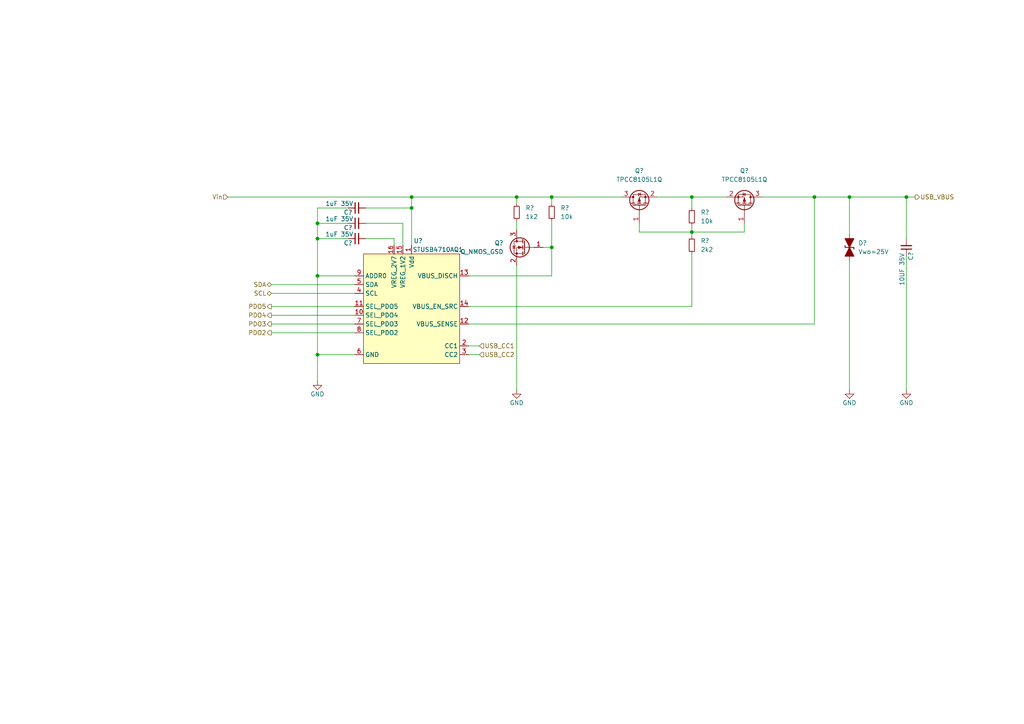
<source format=kicad_sch>
(kicad_sch (version 20211123) (generator eeschema)
  (paper "A4")
  (lib_symbols
    (symbol "Device:C_Small" (pin_numbers hide) (pin_names (offset 0.254) hide)
      (property "Reference" "C" (at 0.254 1.778 0))
      (property "Value" "C_Small" (at 0.254 -2.032 0))
      (symbol "C_Small_0_1"
        (polyline (pts (xy -1.524 -0.508) (xy 1.524 -0.508)) (stroke (width 0.3302)))
        (polyline (pts (xy -1.524 0.508) (xy 1.524 0.508)) (stroke (width 0.3048)))
      )
      (symbol "C_Small_1_1"
        (pin passive line (at 0 2.54 270) (length 2.032) (name "~") (number "1"))
        (pin passive line (at 0 -2.54 90) (length 2.032) (name "~") (number "2"))
      )
    )
    (symbol "Device:D_TVS_Filled" (pin_numbers hide) (pin_names (offset 1.016) hide)
      (property "Reference" "D" (at 0 2.54 0))
      (property "Value" "D_TVS_Filled" (at 0 -2.54 0))
      (symbol "D_TVS_Filled_0_1"
        (polyline (pts (xy 1.27 0) (xy -1.27 0)))
        (polyline (pts (xy -2.54 -1.27) (xy 0 0) (xy -2.54 1.27) (xy -2.54 -1.27)) (stroke (width 0.254)) (fill (type outline)))
        (polyline (pts (xy 0.508 1.27) (xy 0 1.27) (xy 0 -1.27) (xy -0.508 -1.27)) (stroke (width 0.254)))
        (polyline (pts (xy 2.54 1.27) (xy 2.54 -1.27) (xy 0 0) (xy 2.54 1.27)) (stroke (width 0.254)) (fill (type outline)))
      )
      (symbol "D_TVS_Filled_1_1"
        (pin passive line (at -3.81 0 0) (length 2.54) (name "A1") (number "1"))
        (pin passive line (at 3.81 0 180) (length 2.54) (name "A2") (number "2"))
      )
    )
    (symbol "Device:Q_NMOS_GSD" (pin_names (offset 0) hide)
      (property "Reference" "Q" (at 5.08 1.27 0))
      (property "Value" "Q_NMOS_GSD" (at 5.08 -1.27 0))
      (symbol "Q_NMOS_GSD_0_1"
        (polyline (pts (xy 0.254 0) (xy -2.54 0)))
        (polyline (pts (xy 0.254 1.905) (xy 0.254 -1.905)) (stroke (width 0.254)))
        (polyline (pts (xy 0.762 -1.27) (xy 0.762 -2.286)) (stroke (width 0.254)))
        (polyline (pts (xy 0.762 0.508) (xy 0.762 -0.508)) (stroke (width 0.254)))
        (polyline (pts (xy 0.762 2.286) (xy 0.762 1.27)) (stroke (width 0.254)))
        (polyline (pts (xy 2.54 2.54) (xy 2.54 1.778)))
        (polyline (pts (xy 2.54 -2.54) (xy 2.54 0) (xy 0.762 0)))
        (polyline (pts (xy 0.762 -1.778) (xy 3.302 -1.778) (xy 3.302 1.778) (xy 0.762 1.778)))
        (polyline (pts (xy 1.016 0) (xy 2.032 0.381) (xy 2.032 -0.381) (xy 1.016 0)) (fill (type outline)))
        (polyline (pts (xy 2.794 0.508) (xy 2.921 0.381) (xy 3.683 0.381) (xy 3.81 0.254)))
        (polyline (pts (xy 3.302 0.381) (xy 2.921 -0.254) (xy 3.683 -0.254) (xy 3.302 0.381)))
        (circle (center 1.651 0) (radius 2.794) (stroke (width 0.254)))
        (circle (center 2.54 -1.778) (radius 0.254) (fill (type outline)))
        (circle (center 2.54 1.778) (radius 0.254) (fill (type outline)))
      )
      (symbol "Q_NMOS_GSD_1_1"
        (pin input line (at -5.08 0 0) (length 2.54) (name "G") (number "1"))
        (pin passive line (at 2.54 -5.08 90) (length 2.54) (name "S") (number "2"))
        (pin passive line (at 2.54 5.08 270) (length 2.54) (name "D") (number "3"))
      )
    )
    (symbol "Device:Q_PMOS_GSD" (pin_names (offset 0) hide)
      (property "Reference" "Q" (at 5.08 1.27 0))
      (property "Value" "Q_PMOS_GSD" (at 5.08 -1.27 0))
      (symbol "Q_PMOS_GSD_0_1"
        (polyline (pts (xy 0.254 0) (xy -2.54 0)))
        (polyline (pts (xy 0.254 1.905) (xy 0.254 -1.905)) (stroke (width 0.254)))
        (polyline (pts (xy 0.762 -1.27) (xy 0.762 -2.286)) (stroke (width 0.254)))
        (polyline (pts (xy 0.762 0.508) (xy 0.762 -0.508)) (stroke (width 0.254)))
        (polyline (pts (xy 0.762 2.286) (xy 0.762 1.27)) (stroke (width 0.254)))
        (polyline (pts (xy 2.54 2.54) (xy 2.54 1.778)))
        (polyline (pts (xy 2.54 -2.54) (xy 2.54 0) (xy 0.762 0)))
        (polyline (pts (xy 0.762 1.778) (xy 3.302 1.778) (xy 3.302 -1.778) (xy 0.762 -1.778)))
        (polyline (pts (xy 2.286 0) (xy 1.27 0.381) (xy 1.27 -0.381) (xy 2.286 0)) (fill (type outline)))
        (polyline (pts (xy 2.794 -0.508) (xy 2.921 -0.381) (xy 3.683 -0.381) (xy 3.81 -0.254)))
        (polyline (pts (xy 3.302 -0.381) (xy 2.921 0.254) (xy 3.683 0.254) (xy 3.302 -0.381)))
        (circle (center 1.651 0) (radius 2.794) (stroke (width 0.254)))
        (circle (center 2.54 -1.778) (radius 0.254) (fill (type outline)))
        (circle (center 2.54 1.778) (radius 0.254) (fill (type outline)))
      )
      (symbol "Q_PMOS_GSD_1_1"
        (pin input line (at -5.08 0 0) (length 2.54) (name "G") (number "1"))
        (pin passive line (at 2.54 -5.08 90) (length 2.54) (name "S") (number "2"))
        (pin passive line (at 2.54 5.08 270) (length 2.54) (name "D") (number "3"))
      )
    )
    (symbol "Device:R_Small" (pin_numbers hide) (pin_names (offset 0.254) hide)
      (property "Reference" "R" (at 0.762 0.508 0))
      (property "Value" "R_Small" (at 0.762 -1.016 0))
      (symbol "R_Small_0_1"
        (rectangle (start -0.762 1.778) (end 0.762 -1.778) (stroke (width 0.2032)))
      )
      (symbol "R_Small_1_1"
        (pin passive line (at 0 2.54 270) (length 0.762) (name "~") (number "1"))
        (pin passive line (at 0 -2.54 90) (length 0.762) (name "~") (number "2"))
      )
    )
    (symbol "power:GND" (power) (pin_names (offset 0))
      (property "Value" "GND" (at 0 -3.81 0))
      (symbol "GND_0_1"
        (polyline (pts (xy 0 0) (xy 0 -1.27) (xy 1.27 -1.27) (xy 0 -2.54) (xy -1.27 -1.27) (xy 0 -1.27)))
      )
      (symbol "GND_1_1"
        (pin power_in line (at 0 0 270) (length 0) hide (name "GND") (number "1"))
      )
    )
    (symbol "symbols:STUSB4710AQ1"
      (property "Reference" "U" (at 2.54 3.81 0))
      (property "Value" "STUSB4710AQ1" (at 8.89 1.27 0))
      (symbol "STUSB4710AQ1_0_1"
        (rectangle (start -13.97 0) (end 13.97 -31.75) (fill (type background)))
      )
      (symbol "STUSB4710AQ1_1_1"
        (pin power_in line (at 0 2.54 270) (length 2.54) (name "Vdd") (number "1"))
        (pin open_collector line (at -16.51 -17.78 0) (length 2.54) (name "SEL_PDO4") (number "10"))
        (pin open_collector line (at -16.51 -15.24 0) (length 2.54) (name "SEL_PDO5") (number "11"))
        (pin input line (at 16.51 -20.32 180) (length 2.54) (name "VBUS_SENSE") (number "12"))
        (pin output line (at 16.51 -6.35 180) (length 2.54) (name "VBUS_DISCH") (number "13"))
        (pin output line (at 16.51 -15.24 180) (length 2.54) (name "VBUS_EN_SRC") (number "14"))
        (pin power_out line (at -2.54 2.54 270) (length 2.54) (name "VREG_1V2") (number "15"))
        (pin power_out line (at -5.08 2.54 270) (length 2.54) (name "VREG_2V7") (number "16"))
        (pin passive line (at 16.51 -26.67 180) (length 2.54) (name "CC1") (number "2"))
        (pin passive line (at 16.51 -29.21 180) (length 2.54) (name "CC2") (number "3"))
        (pin input line (at -16.51 -11.43 0) (length 2.54) (name "SCL") (number "4"))
        (pin bidirectional line (at -16.51 -8.89 0) (length 2.54) (name "SDA") (number "5"))
        (pin power_in line (at -16.51 -29.21 0) (length 2.54) (name "GND") (number "6"))
        (pin open_collector line (at -16.51 -20.32 0) (length 2.54) (name "SEL_PDO3") (number "7"))
        (pin open_collector line (at -16.51 -22.86 0) (length 2.54) (name "SEL_PDO2") (number "8"))
        (pin input line (at -16.51 -6.35 0) (length 2.54) (name "ADDR0") (number "9"))
      )
    )
  )
  (junction (at 246.38 57.15))
  (junction (at 160.02 57.15))
  (junction (at 200.66 67.31))
  (junction (at 92.075 64.77))
  (junction (at 236.22 57.15))
  (junction (at 92.075 102.87))
  (junction (at 92.075 80.01))
  (junction (at 262.89 57.15))
  (junction (at 200.66 57.15))
  (junction (at 119.38 60.325))
  (junction (at 149.86 57.15))
  (junction (at 160.02 71.755))
  (junction (at 119.38 57.15))
  (junction (at 92.075 69.215))
  (wire (pts (xy 262.89 57.15) (xy 262.89 69.215)))
  (wire (pts (xy 78.74 85.09) (xy 102.87 85.09)))
  (wire (pts (xy 92.075 69.215) (xy 92.075 64.77)))
  (wire (pts (xy 246.38 57.15) (xy 262.89 57.15)))
  (wire (pts (xy 246.38 67.945) (xy 246.38 57.15)))
  (wire (pts (xy 78.74 91.44) (xy 102.87 91.44)))
  (wire (pts (xy 92.075 102.87) (xy 92.075 80.01)))
  (wire (pts (xy 200.66 57.15) (xy 210.82 57.15)))
  (wire (pts (xy 114.3 69.215) (xy 114.3 71.12)))
  (wire (pts (xy 190.5 57.15) (xy 200.66 57.15)))
  (wire (pts (xy 92.075 60.325) (xy 100.965 60.325)))
  (wire (pts (xy 200.66 67.31) (xy 200.66 68.58)))
  (wire (pts (xy 236.22 93.98) (xy 236.22 57.15)))
  (wire (pts (xy 215.9 67.31) (xy 215.9 64.77)))
  (wire (pts (xy 106.045 60.325) (xy 119.38 60.325)))
  (wire (pts (xy 262.89 57.15) (xy 265.43 57.15)))
  (wire (pts (xy 135.89 102.87) (xy 139.065 102.87)))
  (wire (pts (xy 78.74 88.9) (xy 102.87 88.9)))
  (wire (pts (xy 92.075 80.01) (xy 92.075 69.215)))
  (wire (pts (xy 119.38 57.15) (xy 119.38 60.325)))
  (wire (pts (xy 78.74 82.55) (xy 102.87 82.55)))
  (wire (pts (xy 78.74 96.52) (xy 102.87 96.52)))
  (wire (pts (xy 135.89 80.01) (xy 160.02 80.01)))
  (wire (pts (xy 185.42 67.31) (xy 185.42 64.77)))
  (wire (pts (xy 66.04 57.15) (xy 119.38 57.15)))
  (wire (pts (xy 119.38 60.325) (xy 119.38 71.12)))
  (wire (pts (xy 92.075 64.77) (xy 92.075 60.325)))
  (wire (pts (xy 160.02 57.15) (xy 160.02 59.055)))
  (wire (pts (xy 149.86 64.135) (xy 149.86 66.675)))
  (wire (pts (xy 92.075 80.01) (xy 102.87 80.01)))
  (wire (pts (xy 220.98 57.15) (xy 236.22 57.15)))
  (wire (pts (xy 116.84 64.77) (xy 116.84 71.12)))
  (wire (pts (xy 160.02 64.135) (xy 160.02 71.755)))
  (wire (pts (xy 200.66 67.31) (xy 185.42 67.31)))
  (wire (pts (xy 119.38 57.15) (xy 149.86 57.15)))
  (wire (pts (xy 92.075 64.77) (xy 100.965 64.77)))
  (wire (pts (xy 236.22 57.15) (xy 246.38 57.15)))
  (wire (pts (xy 102.87 102.87) (xy 92.075 102.87)))
  (wire (pts (xy 262.89 74.295) (xy 262.89 113.03)))
  (wire (pts (xy 200.66 67.31) (xy 215.9 67.31)))
  (wire (pts (xy 92.075 102.87) (xy 92.075 110.49)))
  (wire (pts (xy 200.66 57.15) (xy 200.66 60.325)))
  (wire (pts (xy 106.045 69.215) (xy 114.3 69.215)))
  (wire (pts (xy 200.66 65.405) (xy 200.66 67.31)))
  (wire (pts (xy 157.48 71.755) (xy 160.02 71.755)))
  (wire (pts (xy 106.045 64.77) (xy 116.84 64.77)))
  (wire (pts (xy 135.89 100.33) (xy 139.065 100.33)))
  (wire (pts (xy 246.38 75.565) (xy 246.38 113.03)))
  (wire (pts (xy 135.89 88.9) (xy 200.66 88.9)))
  (wire (pts (xy 135.89 93.98) (xy 236.22 93.98)))
  (wire (pts (xy 160.02 57.15) (xy 180.34 57.15)))
  (wire (pts (xy 78.74 93.98) (xy 102.87 93.98)))
  (wire (pts (xy 200.66 88.9) (xy 200.66 73.66)))
  (wire (pts (xy 149.86 57.15) (xy 160.02 57.15)))
  (wire (pts (xy 92.075 69.215) (xy 100.965 69.215)))
  (wire (pts (xy 160.02 71.755) (xy 160.02 80.01)))
  (wire (pts (xy 149.86 76.835) (xy 149.86 113.03)))
  (wire (pts (xy 149.86 57.15) (xy 149.86 59.055)))
  (hierarchical_label "USB_VBUS" (shape output) (at 265.43 57.15 0))
  (hierarchical_label "PDO3" (shape output) (at 78.74 93.98 180))
  (hierarchical_label "Vin" (shape input) (at 66.04 57.15 180))
  (hierarchical_label "PDO2" (shape output) (at 78.74 96.52 180))
  (hierarchical_label "USB_CC2" (shape input) (at 139.065 102.87 0))
  (hierarchical_label "SDA" (shape bidirectional) (at 78.74 82.55 180))
  (hierarchical_label "SCL" (shape bidirectional) (at 78.74 85.09 180))
  (hierarchical_label "PDO4" (shape output) (at 78.74 91.44 180))
  (hierarchical_label "PDO5" (shape output) (at 78.74 88.9 180))
  (hierarchical_label "USB_CC1" (shape input) (at 139.065 100.33 0))
  (symbol (lib_id "Device:R_Small") (at 149.86 61.595 0) (unit 1)
    (property "Reference" "R?" (at 152.4 60.3249 0) (effects (justify left)))
    (property "Value" "1k2" (at 152.4 62.8649 0) (effects (justify left)))
  )
  (symbol (lib_id "Device:D_TVS_Filled") (at 246.38 71.755 90) (unit 1)
    (property "Reference" "D?" (at 248.92 70.4849 90) (effects (justify right)))
    (property "Value" "Vwo=25V" (at 248.92 73.0249 90) (effects (justify right)))
  )
  (symbol (lib_id "Device:C_Small") (at 103.505 69.215 90) (unit 1)
    (property "Reference" "C?" (at 100.965 70.485 90))
    (property "Value" "1uF 35V" (at 98.425 67.945 90))
  )
  (symbol (lib_id "Device:Q_PMOS_GSD") (at 185.42 59.69 90) (unit 1)
    (property "Reference" "Q?" (at 185.42 49.53 90))
    (property "Value" "TPCC8105L1Q" (at 185.42 52.07 90))
  )
  (symbol (lib_id "Device:Q_NMOS_GSD") (at 152.4 71.755 0) (mirror y) (unit 1)
    (property "Reference" "Q?" (at 146.05 70.4849 0) (effects (justify left)))
    (property "Value" "Q_NMOS_GSD" (at 146.05 73.0249 0) (effects (justify left)))
  )
  (symbol (lib_id "Device:Q_PMOS_GSD") (at 215.9 59.69 270) (mirror x) (unit 1)
    (property "Reference" "Q?" (at 215.9 49.53 90))
    (property "Value" "TPCC8105L1Q" (at 215.9 52.07 90))
  )
  (symbol (lib_id "symbols:STUSB4710AQ1") (at 119.38 73.66 0) (unit 1)
    (property "Reference" "U?" (at 121.285 69.85 0))
    (property "Value" "STUSB4710AQ1" (at 127 72.39 0))
    (property "Footprint" "footprints:QFN-16-1EP_3x3mm_P0.5mm" (effects hide))
  )
  (symbol (lib_id "power:GND") (at 246.38 113.03 0) (unit 1)
    (property "Reference" "#PWR?" (effects hide))
    (property "Value" "GND" (at 246.38 116.84 0))
  )
  (symbol (lib_id "Device:R_Small") (at 160.02 61.595 0) (unit 1)
    (property "Reference" "R?" (at 162.56 60.3249 0) (effects (justify left)))
    (property "Value" "10k" (at 162.56 62.8649 0) (effects (justify left)))
  )
  (symbol (lib_id "Device:R_Small") (at 200.66 62.865 0) (unit 1)
    (property "Reference" "R?" (at 203.2 61.5949 0) (effects (justify left)))
    (property "Value" "10k" (at 203.2 64.1349 0) (effects (justify left)))
  )
  (symbol (lib_id "Device:C_Small") (at 103.505 60.325 90) (unit 1)
    (property "Reference" "C?" (at 100.965 61.595 90))
    (property "Value" "1uF 35V" (at 98.425 59.055 90))
  )
  (symbol (lib_id "power:GND") (at 149.86 113.03 0) (unit 1)
    (property "Reference" "#PWR?" (effects hide))
    (property "Value" "GND" (at 149.86 116.84 0))
  )
  (symbol (lib_id "power:GND") (at 92.075 110.49 0) (unit 1)
    (property "Reference" "#PWR?" (effects hide))
    (property "Value" "GND" (at 92.075 114.3 0))
  )
  (symbol (lib_id "power:GND") (at 262.89 113.03 0) (unit 1)
    (property "Reference" "#PWR?" (effects hide))
    (property "Value" "GND" (at 262.89 116.84 0))
  )
  (symbol (lib_id "Device:C_Small") (at 262.89 71.755 180) (unit 1)
    (property "Reference" "C?" (at 264.16 74.295 90))
    (property "Value" "10UF 35V" (at 261.62 78.105 90))
  )
  (symbol (lib_id "Device:R_Small") (at 200.66 71.12 0) (unit 1)
    (property "Reference" "R?" (at 203.2 69.8499 0) (effects (justify left)))
    (property "Value" "2k2" (at 203.2 72.3899 0) (effects (justify left)))
  )
  (symbol (lib_id "Device:C_Small") (at 103.505 64.77 90) (unit 1)
    (property "Reference" "C?" (at 100.965 66.04 90))
    (property "Value" "1uF 35V" (at 98.425 63.5 90))
  )
)
</source>
